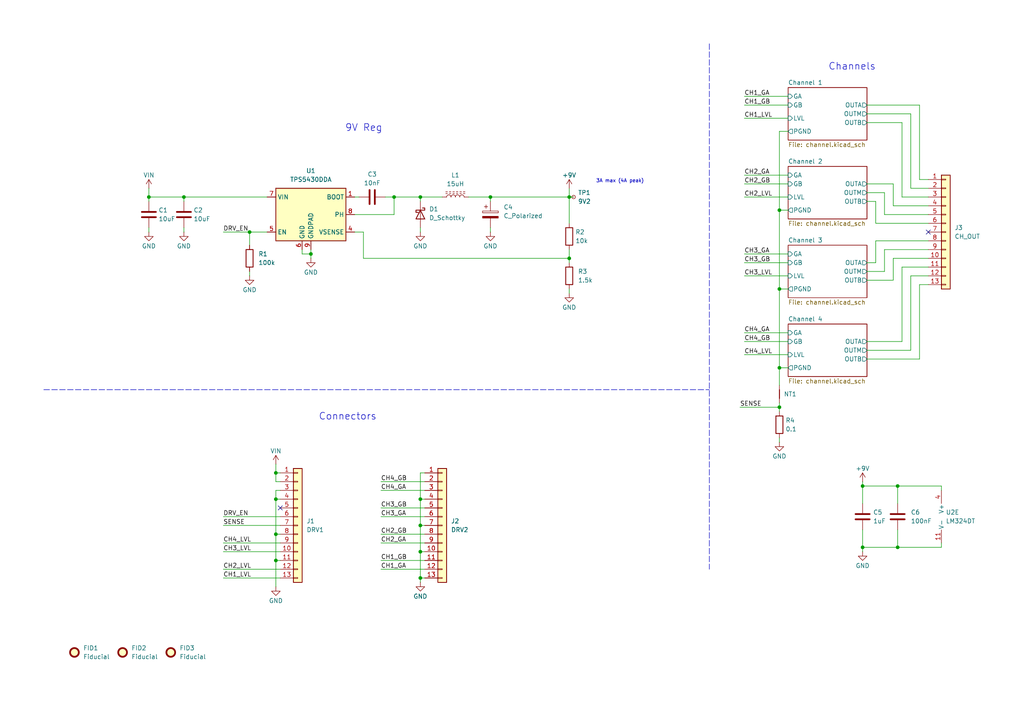
<source format=kicad_sch>
(kicad_sch (version 20231120) (generator "eeschema") (generator_version "8.0")
  (paper "A4")
  (title_block (title "SW32 - Output Board") (date "2024-05-26") (rev "1") (company "saawsm"))
  (lib_symbols
    (symbol "Amplifier_Operational:LM324" (pin_names (offset 0.127))
      (property "Reference" "U" (at 0 5.08 0))
      (property "Value" "LM324" (at 0 -5.08 0))
      (symbol "LM324_1_1"
        (polyline (pts (xy -5.08 5.08) (xy 5.08 0) (xy -5.08 -5.08) (xy -5.08 5.08)) (stroke (width 0.254)) (fill (type background)))
        (pin output line (at 7.62 0 180) (length 2.54) (name "~") (number "1"))
        (pin input line (at -7.62 -2.54 0) (length 2.54) (name "-") (number "2"))
        (pin input line (at -7.62 2.54 0) (length 2.54) (name "+") (number "3"))
      )
      (symbol "LM324_2_1"
        (polyline (pts (xy -5.08 5.08) (xy 5.08 0) (xy -5.08 -5.08) (xy -5.08 5.08)) (stroke (width 0.254)) (fill (type background)))
        (pin input line (at -7.62 2.54 0) (length 2.54) (name "+") (number "5"))
        (pin input line (at -7.62 -2.54 0) (length 2.54) (name "-") (number "6"))
        (pin output line (at 7.62 0 180) (length 2.54) (name "~") (number "7"))
      )
      (symbol "LM324_3_1"
        (polyline (pts (xy -5.08 5.08) (xy 5.08 0) (xy -5.08 -5.08) (xy -5.08 5.08)) (stroke (width 0.254)) (fill (type background)))
        (pin input line (at -7.62 2.54 0) (length 2.54) (name "+") (number "10"))
        (pin output line (at 7.62 0 180) (length 2.54) (name "~") (number "8"))
        (pin input line (at -7.62 -2.54 0) (length 2.54) (name "-") (number "9"))
      )
      (symbol "LM324_4_1"
        (polyline (pts (xy -5.08 5.08) (xy 5.08 0) (xy -5.08 -5.08) (xy -5.08 5.08)) (stroke (width 0.254)) (fill (type background)))
        (pin input line (at -7.62 2.54 0) (length 2.54) (name "+") (number "12"))
        (pin input line (at -7.62 -2.54 0) (length 2.54) (name "-") (number "13"))
        (pin output line (at 7.62 0 180) (length 2.54) (name "~") (number "14"))
      )
      (symbol "LM324_5_1"
        (pin power_in line (at -2.54 -7.62 90) (length 3.81) (name "V-") (number "11"))
        (pin power_in line (at -2.54 7.62 270) (length 3.81) (name "V+") (number "4"))
      )
    )
    (symbol "Connector:TestPoint_Small" (pin_numbers hide) (pin_names (offset 0.762) hide)
      (property "Reference" "TP" (at 0 3.81 0))
      (property "Value" "TestPoint_Small" (at 0 2.032 0))
      (symbol "TestPoint_Small_0_1"
        (circle (center 0 0) (radius 0.508))
      )
      (symbol "TestPoint_Small_1_1"
        (pin passive line (at 0 0 90) (length 0) (name "1") (number "1"))
      )
    )
    (symbol "Connector_Generic:Conn_01x13" (pin_names (offset 1.016) hide)
      (property "Reference" "J" (at 0 17.78 0))
      (property "Value" "Conn_01x13" (at 0 -17.78 0))
      (symbol "Conn_01x13_1_1"
        (rectangle (start -1.27 -15.113) (end 0 -15.367) (stroke (width 0.1524)))
        (rectangle (start -1.27 -12.573) (end 0 -12.827) (stroke (width 0.1524)))
        (rectangle (start -1.27 -10.033) (end 0 -10.287) (stroke (width 0.1524)))
        (rectangle (start -1.27 -7.493) (end 0 -7.747) (stroke (width 0.1524)))
        (rectangle (start -1.27 -4.953) (end 0 -5.207) (stroke (width 0.1524)))
        (rectangle (start -1.27 -2.413) (end 0 -2.667) (stroke (width 0.1524)))
        (rectangle (start -1.27 0.127) (end 0 -0.127) (stroke (width 0.1524)))
        (rectangle (start -1.27 2.667) (end 0 2.413) (stroke (width 0.1524)))
        (rectangle (start -1.27 5.207) (end 0 4.953) (stroke (width 0.1524)))
        (rectangle (start -1.27 7.747) (end 0 7.493) (stroke (width 0.1524)))
        (rectangle (start -1.27 10.287) (end 0 10.033) (stroke (width 0.1524)))
        (rectangle (start -1.27 12.827) (end 0 12.573) (stroke (width 0.1524)))
        (rectangle (start -1.27 15.367) (end 0 15.113) (stroke (width 0.1524)))
        (rectangle (start -1.27 16.51) (end 1.27 -16.51) (stroke (width 0.254)) (fill (type background)))
        (pin passive line (at -5.08 15.24 0) (length 3.81) (name "Pin_1") (number "1"))
        (pin passive line (at -5.08 -7.62 0) (length 3.81) (name "Pin_10") (number "10"))
        (pin passive line (at -5.08 -10.16 0) (length 3.81) (name "Pin_11") (number "11"))
        (pin passive line (at -5.08 -12.7 0) (length 3.81) (name "Pin_12") (number "12"))
        (pin passive line (at -5.08 -15.24 0) (length 3.81) (name "Pin_13") (number "13"))
        (pin passive line (at -5.08 12.7 0) (length 3.81) (name "Pin_2") (number "2"))
        (pin passive line (at -5.08 10.16 0) (length 3.81) (name "Pin_3") (number "3"))
        (pin passive line (at -5.08 7.62 0) (length 3.81) (name "Pin_4") (number "4"))
        (pin passive line (at -5.08 5.08 0) (length 3.81) (name "Pin_5") (number "5"))
        (pin passive line (at -5.08 2.54 0) (length 3.81) (name "Pin_6") (number "6"))
        (pin passive line (at -5.08 0 0) (length 3.81) (name "Pin_7") (number "7"))
        (pin passive line (at -5.08 -2.54 0) (length 3.81) (name "Pin_8") (number "8"))
        (pin passive line (at -5.08 -5.08 0) (length 3.81) (name "Pin_9") (number "9"))
      )
    )
    (symbol "Device:C" (pin_numbers hide) (pin_names (offset 0.254))
      (property "Reference" "C" (at 0.635 2.54 0))
      (property "Value" "C" (at 0.635 -2.54 0))
      (symbol "C_0_1"
        (polyline (pts (xy -2.032 -0.762) (xy 2.032 -0.762)) (stroke (width 0.508)))
        (polyline (pts (xy -2.032 0.762) (xy 2.032 0.762)) (stroke (width 0.508)))
      )
      (symbol "C_1_1"
        (pin passive line (at 0 3.81 270) (length 2.794) (name "~") (number "1"))
        (pin passive line (at 0 -3.81 90) (length 2.794) (name "~") (number "2"))
      )
    )
    (symbol "Device:C_Polarized" (pin_numbers hide) (pin_names (offset 0.254))
      (property "Reference" "C" (at 0.635 2.54 0))
      (property "Value" "C_Polarized" (at 0.635 -2.54 0))
      (symbol "C_Polarized_0_1"
        (rectangle (start -2.286 0.508) (end 2.286 1.016))
        (polyline (pts (xy -1.778 2.286) (xy -0.762 2.286)))
        (polyline (pts (xy -1.27 2.794) (xy -1.27 1.778)))
        (rectangle (start 2.286 -0.508) (end -2.286 -1.016) (fill (type outline)))
      )
      (symbol "C_Polarized_1_1"
        (pin passive line (at 0 3.81 270) (length 2.794) (name "~") (number "1"))
        (pin passive line (at 0 -3.81 90) (length 2.794) (name "~") (number "2"))
      )
    )
    (symbol "Device:D_Schottky" (pin_numbers hide) (pin_names (offset 1.016) hide)
      (property "Reference" "D" (at 0 2.54 0))
      (property "Value" "D_Schottky" (at 0 -2.54 0))
      (symbol "D_Schottky_0_1"
        (polyline (pts (xy 1.27 0) (xy -1.27 0)))
        (polyline (pts (xy 1.27 1.27) (xy 1.27 -1.27) (xy -1.27 0) (xy 1.27 1.27)) (stroke (width 0.254)))
        (polyline (pts (xy -1.905 0.635) (xy -1.905 1.27) (xy -1.27 1.27) (xy -1.27 -1.27) (xy -0.635 -1.27) (xy -0.635 -0.635)) (stroke (width 0.254)))
      )
      (symbol "D_Schottky_1_1"
        (pin passive line (at -3.81 0 0) (length 2.54) (name "K") (number "1"))
        (pin passive line (at 3.81 0 180) (length 2.54) (name "A") (number "2"))
      )
    )
    (symbol "Device:L_Ferrite" (pin_numbers hide) (pin_names (offset 1.016) hide)
      (property "Reference" "L" (at -1.27 0 90))
      (property "Value" "L_Ferrite" (at 2.794 0 90))
      (symbol "L_Ferrite_0_1"
        (arc (start 0 -2.54) (mid 0.6323 -1.905) (end 0 -1.27))
        (arc (start 0 -1.27) (mid 0.6323 -0.635) (end 0 0))
        (polyline (pts (xy 1.016 -2.794) (xy 1.016 -2.286)))
        (polyline (pts (xy 1.016 -1.778) (xy 1.016 -1.27)))
        (polyline (pts (xy 1.016 -0.762) (xy 1.016 -0.254)))
        (polyline (pts (xy 1.016 0.254) (xy 1.016 0.762)))
        (polyline (pts (xy 1.016 1.27) (xy 1.016 1.778)))
        (polyline (pts (xy 1.016 2.286) (xy 1.016 2.794)))
        (polyline (pts (xy 1.524 -2.286) (xy 1.524 -2.794)))
        (polyline (pts (xy 1.524 -1.27) (xy 1.524 -1.778)))
        (polyline (pts (xy 1.524 -0.254) (xy 1.524 -0.762)))
        (polyline (pts (xy 1.524 0.762) (xy 1.524 0.254)))
        (polyline (pts (xy 1.524 1.778) (xy 1.524 1.27)))
        (polyline (pts (xy 1.524 2.794) (xy 1.524 2.286)))
        (arc (start 0 0) (mid 0.6323 0.635) (end 0 1.27))
        (arc (start 0 1.27) (mid 0.6323 1.905) (end 0 2.54))
      )
      (symbol "L_Ferrite_1_1"
        (pin passive line (at 0 3.81 270) (length 1.27) (name "1") (number "1"))
        (pin passive line (at 0 -3.81 90) (length 1.27) (name "2") (number "2"))
      )
    )
    (symbol "Device:NetTie_2" (pin_numbers hide) (pin_names (offset 0) hide) (in_bom no)
      (property "Reference" "NT" (at 0 1.27 0))
      (property "Value" "NetTie_2" (at 0 -1.27 0))
      (symbol "NetTie_2_0_1"
        (polyline (pts (xy -1.27 0) (xy 1.27 0)) (stroke (width 0.254)))
      )
      (symbol "NetTie_2_1_1"
        (pin passive line (at -2.54 0 0) (length 2.54) (name "1") (number "1"))
        (pin passive line (at 2.54 0 180) (length 2.54) (name "2") (number "2"))
      )
    )
    (symbol "Device:R" (pin_numbers hide) (pin_names (offset 0))
      (property "Reference" "R" (at 2.032 0 90))
      (property "Value" "R" (at 0 0 90))
      (symbol "R_0_1"
        (rectangle (start -1.016 -2.54) (end 1.016 2.54) (stroke (width 0.254)))
      )
      (symbol "R_1_1"
        (pin passive line (at 0 3.81 270) (length 1.27) (name "~") (number "1"))
        (pin passive line (at 0 -3.81 90) (length 1.27) (name "~") (number "2"))
      )
    )
    (symbol "Mechanical:Fiducial" (exclude_from_sim yes) (in_bom no)
      (property "Reference" "FID" (at 0 5.08 0))
      (property "Value" "Fiducial" (at 0 3.175 0))
      (symbol "Fiducial_0_1"
        (circle (center 0 0) (radius 1.27) (stroke (width 0.508)) (fill (type background)))
      )
    )
    (symbol "Regulator_Switching:TPS5430DDA"
      (property "Reference" "U" (at -10.16 8.89 0))
      (property "Value" "TPS5430DDA" (at -1.27 8.89 0))
      (symbol "TPS5430DDA_0_1"
        (rectangle (start -10.16 7.62) (end 10.16 -7.62) (stroke (width 0.254)) (fill (type background)))
      )
      (symbol "TPS5430DDA_1_1"
        (pin input line (at 12.7 5.08 180) (length 2.54) (name "BOOT") (number "1"))
        (pin no_connect line (at -10.16 2.54 0) (length 2.54) hide (name "NC") (number "2"))
        (pin no_connect line (at -10.16 -2.54 0) (length 2.54) hide (name "NC") (number "3"))
        (pin input line (at 12.7 -5.08 180) (length 2.54) (name "VSENSE") (number "4"))
        (pin input line (at -12.7 -5.08 0) (length 2.54) (name "EN") (number "5"))
        (pin power_in line (at -2.54 -10.16 90) (length 2.54) (name "GND") (number "6"))
        (pin power_in line (at -12.7 5.08 0) (length 2.54) (name "VIN") (number "7"))
        (pin output line (at 12.7 0 180) (length 2.54) (name "PH") (number "8"))
        (pin power_in line (at 0 -10.16 90) (length 2.54) (name "GNDPAD") (number "9"))
      )
    )
    (symbol "power:+9V" (power) (pin_numbers hide) (pin_names (offset 0) hide)
      (property "Value" "+9V" (at 0 3.556 0))
      (symbol "+9V_0_1"
        (polyline (pts (xy -0.762 1.27) (xy 0 2.54)))
        (polyline (pts (xy 0 0) (xy 0 2.54)))
        (polyline (pts (xy 0 2.54) (xy 0.762 1.27)))
      )
      (symbol "+9V_1_1"
        (pin power_in line (at 0 0 90) (length 0) (name "~") (number "1"))
      )
    )
    (symbol "power:GND" (power) (pin_numbers hide) (pin_names (offset 0) hide)
      (property "Value" "GND" (at 0 -3.81 0))
      (symbol "GND_0_1"
        (polyline (pts (xy 0 0) (xy 0 -1.27) (xy 1.27 -1.27) (xy 0 -2.54) (xy -1.27 -1.27) (xy 0 -1.27)))
      )
      (symbol "GND_1_1"
        (pin power_in line (at 0 0 270) (length 0) (name "~") (number "1"))
      )
    )
    (symbol "power:PWR_FLAG" (power) (pin_numbers hide) (pin_names (offset 0) hide)
      (property "Value" "PWR_FLAG" (at 0 3.81 0))
      (symbol "PWR_FLAG_0_0"
        (pin power_out line (at 0 0 90) (length 0) (name "~") (number "1"))
      )
      (symbol "PWR_FLAG_0_1"
        (polyline (pts (xy 0 0) (xy 0 1.27) (xy -1.016 1.905) (xy 0 2.54) (xy 1.016 1.905) (xy 0 1.27)))
      )
    )
  )
  (junction (at 121.92 144.78))
  (junction (at 226.06 83.82))
  (junction (at 165.1 57.15))
  (junction (at 121.92 152.4))
  (junction (at 226.06 60.96))
  (junction (at 80.01 162.56))
  (junction (at 165.1 74.93))
  (junction (at 80.01 154.94))
  (junction (at 121.92 160.02))
  (junction (at 226.06 118.11))
  (junction (at 121.92 57.15))
  (junction (at 226.06 106.68))
  (junction (at 43.18 57.15))
  (junction (at 260.35 158.75))
  (junction (at 90.17 73.66))
  (junction (at 142.24 57.15))
  (junction (at 114.3 57.15))
  (junction (at 80.01 144.78))
  (junction (at 260.35 140.97))
  (junction (at 250.19 140.97))
  (junction (at 53.34 57.15))
  (junction (at 72.39 67.31))
  (junction (at 121.92 167.64))
  (junction (at 250.19 158.75))
  (junction (at 80.01 137.16))
  (no_connect (at 269.24 67.31))
  (no_connect (at 81.28 147.32))
  (wire (pts (xy 226.06 83.82) (xy 226.06 60.96)))
  (wire (pts (xy 110.49 149.86) (xy 123.19 149.86)))
  (wire (pts (xy 259.08 220.98) (xy 259.08 219.71)))
  (wire (pts (xy 228.6 106.68) (xy 226.06 106.68)))
  (wire (pts (xy 243.84 219.71) (xy 243.84 220.98)))
  (wire (pts (xy 264.16 33.02) (xy 264.16 54.61)))
  (wire (pts (xy 256.54 62.23) (xy 269.24 62.23)))
  (wire (pts (xy 121.92 152.4) (xy 121.92 160.02)))
  (wire (pts (xy 90.17 72.39) (xy 90.17 73.66)))
  (wire (pts (xy 250.19 158.75) (xy 250.19 160.02)))
  (wire (pts (xy 121.92 167.64) (xy 123.19 167.64)))
  (wire (pts (xy 53.34 67.31) (xy 53.34 66.04)))
  (wire (pts (xy 128.27 57.15) (xy 121.92 57.15)))
  (wire (pts (xy 215.9 30.48) (xy 228.6 30.48)))
  (wire (pts (xy 105.41 67.31) (xy 105.41 74.93)))
  (wire (pts (xy 121.92 57.15) (xy 121.92 58.42)))
  (wire (pts (xy 110.49 142.24) (xy 123.19 142.24)))
  (wire (pts (xy 114.3 57.15) (xy 111.76 57.15)))
  (wire (pts (xy 80.01 154.94) (xy 80.01 162.56)))
  (wire (pts (xy 142.24 58.42) (xy 142.24 57.15)))
  (wire (pts (xy 121.92 144.78) (xy 121.92 152.4)))
  (wire (pts (xy 121.92 160.02) (xy 121.92 167.64)))
  (wire (pts (xy 260.35 140.97) (xy 273.05 140.97)))
  (wire (pts (xy 110.49 147.32) (xy 123.19 147.32)))
  (wire (pts (xy 80.01 137.16) (xy 80.01 139.7)))
  (wire (pts (xy 266.7 30.48) (xy 251.46 30.48)))
  (wire (pts (xy 215.9 80.01) (xy 228.6 80.01)))
  (wire (pts (xy 80.01 139.7) (xy 81.28 139.7)))
  (wire (pts (xy 102.87 62.23) (xy 114.3 62.23)))
  (wire (pts (xy 165.1 57.15) (xy 166.37 57.15)))
  (wire (pts (xy 251.46 101.6) (xy 264.16 101.6)))
  (wire (pts (xy 250.19 158.75) (xy 260.35 158.75)))
  (wire (pts (xy 261.62 77.47) (xy 261.62 99.06)))
  (wire (pts (xy 259.08 53.34) (xy 251.46 53.34)))
  (wire (pts (xy 215.9 76.2) (xy 228.6 76.2)))
  (wire (pts (xy 259.08 59.69) (xy 259.08 53.34)))
  (wire (pts (xy 142.24 57.15) (xy 165.1 57.15)))
  (wire (pts (xy 250.19 146.05) (xy 250.19 140.97)))
  (wire (pts (xy 80.01 142.24) (xy 81.28 142.24)))
  (wire (pts (xy 114.3 62.23) (xy 114.3 57.15)))
  (polyline (pts (xy 12.7 113.03) (xy 205.74 113.03)) (stroke (width 0) (type dash)))
  (wire (pts (xy 104.14 57.15) (xy 102.87 57.15)))
  (wire (pts (xy 80.01 144.78) (xy 81.28 144.78)))
  (wire (pts (xy 64.77 152.4) (xy 81.28 152.4)))
  (wire (pts (xy 64.77 157.48) (xy 81.28 157.48)))
  (wire (pts (xy 261.62 77.47) (xy 269.24 77.47)))
  (wire (pts (xy 121.92 152.4) (xy 123.19 152.4)))
  (wire (pts (xy 226.06 83.82) (xy 228.6 83.82)))
  (wire (pts (xy 261.62 57.15) (xy 269.24 57.15)))
  (wire (pts (xy 222.25 219.71) (xy 222.25 220.98)))
  (wire (pts (xy 110.49 165.1) (xy 123.19 165.1)))
  (wire (pts (xy 256.54 55.88) (xy 256.54 62.23)))
  (wire (pts (xy 121.92 160.02) (xy 123.19 160.02)))
  (wire (pts (xy 53.34 57.15) (xy 53.34 58.42)))
  (wire (pts (xy 142.24 66.04) (xy 142.24 67.31)))
  (wire (pts (xy 142.24 57.15) (xy 135.89 57.15)))
  (wire (pts (xy 251.46 33.02) (xy 264.16 33.02)))
  (wire (pts (xy 251.46 58.42) (xy 254 58.42)))
  (wire (pts (xy 251.46 35.56) (xy 261.62 35.56)))
  (wire (pts (xy 121.92 167.64) (xy 121.92 168.91)))
  (wire (pts (xy 80.01 144.78) (xy 80.01 154.94)))
  (wire (pts (xy 259.08 81.28) (xy 251.46 81.28)))
  (wire (pts (xy 215.9 73.66) (xy 228.6 73.66)))
  (wire (pts (xy 80.01 162.56) (xy 80.01 170.18)))
  (wire (pts (xy 165.1 64.77) (xy 165.1 57.15)))
  (wire (pts (xy 264.16 80.01) (xy 269.24 80.01)))
  (wire (pts (xy 80.01 154.94) (xy 81.28 154.94)))
  (wire (pts (xy 250.19 140.97) (xy 260.35 140.97)))
  (wire (pts (xy 64.77 160.02) (xy 81.28 160.02)))
  (wire (pts (xy 243.84 220.98) (xy 234.95 220.98)))
  (wire (pts (xy 260.35 146.05) (xy 260.35 140.97)))
  (wire (pts (xy 64.77 165.1) (xy 81.28 165.1)))
  (wire (pts (xy 226.06 128.27) (xy 226.06 127)))
  (wire (pts (xy 269.24 52.07) (xy 266.7 52.07)))
  (wire (pts (xy 80.01 134.62) (xy 80.01 137.16)))
  (wire (pts (xy 121.92 137.16) (xy 121.92 144.78)))
  (wire (pts (xy 165.1 54.61) (xy 165.1 57.15)))
  (wire (pts (xy 121.92 67.31) (xy 121.92 66.04)))
  (wire (pts (xy 123.19 137.16) (xy 121.92 137.16)))
  (wire (pts (xy 80.01 144.78) (xy 80.01 142.24)))
  (wire (pts (xy 87.63 73.66) (xy 90.17 73.66)))
  (wire (pts (xy 215.9 27.94) (xy 228.6 27.94)))
  (wire (pts (xy 215.9 102.87) (xy 228.6 102.87)))
  (wire (pts (xy 43.18 54.61) (xy 43.18 57.15)))
  (wire (pts (xy 269.24 74.93) (xy 259.08 74.93)))
  (wire (pts (xy 226.06 38.1) (xy 228.6 38.1)))
  (wire (pts (xy 64.77 149.86) (xy 81.28 149.86)))
  (wire (pts (xy 110.49 139.7) (xy 123.19 139.7)))
  (wire (pts (xy 266.7 82.55) (xy 266.7 104.14)))
  (wire (pts (xy 251.46 78.74) (xy 256.54 78.74)))
  (wire (pts (xy 226.06 116.84) (xy 226.06 118.11)))
  (wire (pts (xy 269.24 64.77) (xy 254 64.77)))
  (wire (pts (xy 110.49 154.94) (xy 123.19 154.94)))
  (wire (pts (xy 266.7 104.14) (xy 251.46 104.14)))
  (wire (pts (xy 215.9 57.15) (xy 228.6 57.15)))
  (wire (pts (xy 269.24 59.69) (xy 259.08 59.69)))
  (wire (pts (xy 53.34 57.15) (xy 77.47 57.15)))
  (wire (pts (xy 251.46 76.2) (xy 254 76.2)))
  (wire (pts (xy 64.77 167.64) (xy 81.28 167.64)))
  (wire (pts (xy 165.1 72.39) (xy 165.1 74.93)))
  (wire (pts (xy 259.08 74.93) (xy 259.08 81.28)))
  (wire (pts (xy 214.63 118.11) (xy 226.06 118.11)))
  (wire (pts (xy 264.16 54.61) (xy 269.24 54.61)))
  (wire (pts (xy 43.18 58.42) (xy 43.18 57.15)))
  (wire (pts (xy 273.05 157.48) (xy 273.05 158.75)))
  (wire (pts (xy 43.18 67.31) (xy 43.18 66.04)))
  (wire (pts (xy 121.92 144.78) (xy 123.19 144.78)))
  (wire (pts (xy 215.9 34.29) (xy 228.6 34.29)))
  (polyline (pts (xy 205.74 12.7) (xy 205.74 165.1)) (stroke (width 0) (type dash)))
  (wire (pts (xy 72.39 71.12) (xy 72.39 67.31)))
  (wire (pts (xy 260.35 158.75) (xy 273.05 158.75)))
  (wire (pts (xy 226.06 83.82) (xy 226.06 106.68)))
  (wire (pts (xy 267.97 219.71) (xy 267.97 220.98)))
  (wire (pts (xy 250.19 139.7) (xy 250.19 140.97)))
  (wire (pts (xy 215.9 50.8) (xy 228.6 50.8)))
  (wire (pts (xy 254 69.85) (xy 254 76.2)))
  (wire (pts (xy 260.35 153.67) (xy 260.35 158.75)))
  (wire (pts (xy 256.54 78.74) (xy 256.54 72.39)))
  (wire (pts (xy 165.1 85.09) (xy 165.1 83.82)))
  (wire (pts (xy 267.97 220.98) (xy 259.08 220.98)))
  (wire (pts (xy 121.92 57.15) (xy 114.3 57.15)))
  (wire (pts (xy 226.06 60.96) (xy 228.6 60.96)))
  (wire (pts (xy 266.7 30.48) (xy 266.7 52.07)))
  (wire (pts (xy 273.05 140.97) (xy 273.05 142.24)))
  (wire (pts (xy 165.1 74.93) (xy 165.1 76.2)))
  (wire (pts (xy 264.16 80.01) (xy 264.16 101.6)))
  (wire (pts (xy 269.24 69.85) (xy 254 69.85)))
  (wire (pts (xy 64.77 67.31) (xy 72.39 67.31)))
  (wire (pts (xy 269.24 82.55) (xy 266.7 82.55)))
  (wire (pts (xy 234.95 220.98) (xy 234.95 219.71)))
  (wire (pts (xy 215.9 96.52) (xy 228.6 96.52)))
  (wire (pts (xy 72.39 67.31) (xy 77.47 67.31)))
  (wire (pts (xy 80.01 137.16) (xy 81.28 137.16)))
  (wire (pts (xy 256.54 72.39) (xy 269.24 72.39)))
  (wire (pts (xy 261.62 35.56) (xy 261.62 57.15)))
  (wire (pts (xy 110.49 157.48) (xy 123.19 157.48)))
  (wire (pts (xy 215.9 99.06) (xy 228.6 99.06)))
  (wire (pts (xy 110.49 162.56) (xy 123.19 162.56)))
  (wire (pts (xy 90.17 73.66) (xy 90.17 74.93)))
  (wire (pts (xy 215.9 53.34) (xy 228.6 53.34)))
  (wire (pts (xy 87.63 72.39) (xy 87.63 73.66)))
  (wire (pts (xy 251.46 55.88) (xy 256.54 55.88)))
  (wire (pts (xy 250.19 153.67) (xy 250.19 158.75)))
  (wire (pts (xy 43.18 57.15) (xy 53.34 57.15)))
  (wire (pts (xy 254 64.77) (xy 254 58.42)))
  (wire (pts (xy 105.41 74.93) (xy 165.1 74.93)))
  (wire (pts (xy 226.06 60.96) (xy 226.06 38.1)))
  (wire (pts (xy 81.28 162.56) (xy 80.01 162.56)))
  (wire (pts (xy 226.06 111.76) (xy 226.06 106.68)))
  (wire (pts (xy 102.87 67.31) (xy 105.41 67.31)))
  (wire (pts (xy 72.39 80.01) (xy 72.39 78.74)))
  (wire (pts (xy 251.46 99.06) (xy 261.62 99.06)))
  (wire (pts (xy 226.06 119.38) (xy 226.06 118.11)))
  (text "Channels" (at 247.142 20.574 0) (effects (font (size 2 2)) (justify bottom)))
  (text "3A max (4A peak)" (at 179.832 52.578 0) (effects (font (size 1 1))))
  (text "9V Reg" (at 100.076 38.354 0) (effects (font (size 2 2)) (justify left bottom)))
  (text "Connectors" (at 100.838 120.904 0) (effects (font (size 2 2))))
  (label "CH1_GA" (at 215.9 27.94 0))
  (label "CH4_LVL" (at 64.77 157.48 0))
  (label "CH3_LVL" (at 215.9 80.01 0))
  (label "CH4_GB" (at 110.49 139.7 0))
  (label "CH4_GA" (at 110.49 142.24 0))
  (label "DRV_EN" (at 64.77 67.31 0))
  (label "CH4_LVL" (at 215.9 102.87 0))
  (label "CH2_GB" (at 215.9 53.34 0))
  (label "CH2_LVL" (at 215.9 57.15 0))
  (label "CH4_GA" (at 215.9 96.52 0))
  (label "DRV_EN" (at 64.77 149.86 0))
  (label "CH3_GA" (at 215.9 73.66 0))
  (label "SENSE" (at 64.77 152.4 0))
  (label "CH1_LVL" (at 64.77 167.64 0))
  (label "CH1_LVL" (at 215.9 34.29 0))
  (label "CH3_LVL" (at 64.77 160.02 0))
  (label "CH1_GB" (at 215.9 30.48 0))
  (label "CH2_LVL" (at 64.77 165.1 0))
  (label "CH3_GB" (at 215.9 76.2 0))
  (label "CH2_GB" (at 110.49 154.94 0))
  (label "CH1_GB" (at 110.49 162.56 0))
  (label "CH2_GA" (at 215.9 50.8 0))
  (label "CH1_GA" (at 110.49 165.1 0))
  (label "CH3_GB" (at 110.49 147.32 0))
  (label "CH2_GA" (at 110.49 157.48 0))
  (label "CH4_GB" (at 215.9 99.06 0))
  (label "SENSE" (at 214.63 118.11 0))
  (label "CH3_GA" (at 110.49 149.86 0))
  (symbol (lib_id "power:+9V") (at 234.95 219.71 0) (unit 1)
    (property "Reference" "#PWR015" (effects (hide yes)))
    (property "Value" "VIN" (at 234.95 215.9 0))
    (property "Description" "Power symbol creates a global label with name \"+9V\"" (effects (hide yes)))
  )
  (symbol (lib_id "Device:R") (at 72.39 74.93 0) (unit 1)
    (property "Reference" "R1" (at 74.93 73.6599 0) (effects (justify left)))
    (property "Value" "100k" (at 74.93 76.1999 0) (effects (justify left)))
    (property "Footprint" "Resistor_SMD:R_0603_1608Metric" (effects (hide yes)))
    (property "Datasheet" "https://www.lcsc.com/datasheet/lcsc_datasheet_2206010045_UNI-ROYAL-Uniroyal-Elec-0603WAF1003T5E_C25803.pdf" (effects (hide yes)))
    (property "Description" "Resistor" (effects (hide yes)))
    (property "Service" "PCBA" (effects (hide yes)))
    (property "LCSC" "C25803" (effects (hide yes)))
  )
  (symbol (lib_id "Amplifier_Operational:LM324") (at 275.59 149.86 0) (unit 5)
    (property "Reference" "U2" (at 274.32 148.5899 0) (effects (justify left)))
    (property "Value" "LM324DT" (at 274.32 151.1299 0) (effects (justify left)))
    (property "Footprint" "Package_SO:SOIC-14_3.9x8.7mm_P1.27mm" (effects (hide yes)))
    (property "Datasheet" "https://www.lcsc.com/datasheet/lcsc_datasheet_1809051220_STMicroelectronics-LM324DT_C71035.pdf" (effects (hide yes)))
    (property "Description" "Low-Power, Quad-Operational Amplifiers, DIP-14/SOIC-14/SSOP-14" (effects (hide yes)))
    (property "LCSC" "C71035" (effects (hide yes)))
    (property "Service" "PCBA" (effects (hide yes)))
  )
  (symbol (lib_id "Device:R") (at 165.1 80.01 0) (unit 1)
    (property "Reference" "R3" (at 167.64 78.7399 0) (effects (justify left)))
    (property "Value" "1.5k" (at 167.64 81.2799 0) (effects (justify left)))
    (property "Footprint" "Resistor_SMD:R_0603_1608Metric" (effects (hide yes)))
    (property "Description" "Resistor" (effects (hide yes)))
    (property "Service" "PCBA" (effects (hide yes)))
  )
  (symbol (lib_id "Device:C") (at 53.34 62.23 180) (unit 1)
    (property "Reference" "C2" (at 56.134 60.96 0) (effects (justify right)))
    (property "Value" "10uF" (at 56.134 63.5 0) (effects (justify right)))
    (property "Footprint" "Capacitor_SMD:C_0805_2012Metric" (effects (hide yes)))
    (property "Datasheet" "https://www.lcsc.com/datasheet/lcsc_datasheet_2310251059_Murata-Electronics-GRM21BR61H106KE43L_C440198.pdf" (effects (hide yes)))
    (property "Description" "Unpolarized capacitor" (effects (hide yes)))
    (property "Service" "PCBA" (effects (hide yes)))
    (property "LCSC" "C440198" (effects (hide yes)))
  )
  (symbol (lib_id "Mechanical:Fiducial") (at 35.56 189.23 0) (unit 1) (exclude_from_sim yes) (in_bom no)
    (property "Reference" "FID2" (at 38.1 187.9599 0) (effects (justify left)))
    (property "Value" "Fiducial" (at 38.1 190.4999 0) (effects (justify left)))
    (property "Footprint" "Fiducial:Fiducial_1mm_Mask2mm" (effects (hide yes)))
    (property "Description" "Fiducial Marker" (effects (hide yes)))
    (property "Service" "PCBA;HandAssembly" (effects (hide yes)))
  )
  (symbol (lib_id "Device:NetTie_2") (at 226.06 114.3 90) (unit 1) (in_bom no)
    (property "Reference" "NT1" (at 227.33 114.2999 90) (effects (justify right)))
    (property "Footprint" "NetTie:NetTie-2_SMD_Pad2.0mm" (effects (hide yes)))
    (property "Description" "Net tie, 2 pins" (effects (hide yes)))
    (property "Service" "PCBA;HandAssembly" (effects (hide yes)))
  )
  (symbol (lib_id "power:GND") (at 222.25 220.98 0) (unit 1)
    (property "Reference" "#PWR013" (effects (hide yes)))
    (property "Value" "GND" (at 222.25 225.044 0))
    (property "Description" "Power symbol creates a global label with name \"GND\" , ground" (effects (hide yes)))
  )
  (symbol (lib_id "Device:C") (at 260.35 149.86 0) (unit 1)
    (property "Reference" "C6" (at 264.16 148.5899 0) (effects (justify left)))
    (property "Value" "100nF" (at 264.16 151.1299 0) (effects (justify left)))
    (property "Footprint" "Capacitor_SMD:C_0603_1608Metric" (effects (hide yes)))
    (property "Datasheet" "https://www.lcsc.com/datasheet/lcsc_datasheet_2211101700_YAGEO-CC0603KRX7R9BB104_C14663.pdf" (effects (hide yes)))
    (property "Description" "Unpolarized capacitor" (effects (hide yes)))
    (property "LCSC" "C14663" (effects (hide yes)))
    (property "Service" "PCBA" (effects (hide yes)))
  )
  (symbol (lib_id "power:PWR_FLAG") (at 222.25 219.71 0) (unit 1)
    (property "Reference" "#FLG01" (effects (hide yes)))
    (property "Value" "PWR_FLAG" (at 222.25 215.9 0))
    (property "Description" "Special symbol for telling ERC where power comes from" (effects (hide yes)))
  )
  (symbol (lib_id "Connector_Generic:Conn_01x13") (at 128.27 152.4 0) (unit 1)
    (property "Reference" "J2" (at 130.81 151.1299 0) (effects (justify left)))
    (property "Value" "DRV2" (at 130.81 153.6699 0) (effects (justify left)))
    (property "Footprint" "Connector_PinSocket_2.54mm:PinSocket_1x13_P2.54mm_Vertical" (effects (hide yes)))
    (property "Description" "Generic connector, single row, 01x13, script generated (kicad-library-utils/schlib/autogen/connector/)" (effects (hide yes)))
    (property "Service" "HandAssembly" (effects (hide yes)))
  )
  (symbol (lib_id "Mechanical:Fiducial") (at 21.59 189.23 0) (unit 1) (exclude_from_sim yes) (in_bom no)
    (property "Reference" "FID1" (at 24.13 187.9599 0) (effects (justify left)))
    (property "Value" "Fiducial" (at 24.13 190.4999 0) (effects (justify left)))
    (property "Footprint" "Fiducial:Fiducial_1mm_Mask2mm" (effects (hide yes)))
    (property "Description" "Fiducial Marker" (effects (hide yes)))
    (property "Service" "PCBA;HandAssembly" (effects (hide yes)))
  )
  (symbol (lib_id "power:GND") (at 121.92 67.31 0) (unit 1)
    (property "Reference" "#PWR08" (effects (hide yes)))
    (property "Value" "GND" (at 121.92 71.374 0))
    (property "Description" "Power symbol creates a global label with name \"GND\" , ground" (effects (hide yes)))
  )
  (symbol (lib_id "power:GND") (at 53.34 67.31 0) (unit 1)
    (property "Reference" "#PWR03" (effects (hide yes)))
    (property "Value" "GND" (at 53.34 71.374 0))
    (property "Description" "Power symbol creates a global label with name \"GND\" , ground" (effects (hide yes)))
  )
  (symbol (lib_id "power:+9V") (at 80.01 134.62 0) (unit 1)
    (property "Reference" "#PWR05" (effects (hide yes)))
    (property "Value" "VIN" (at 80.01 130.81 0))
    (property "Description" "Power symbol creates a global label with name \"+9V\"" (effects (hide yes)))
  )
  (symbol (lib_id "power:GND") (at 250.19 160.02 0) (unit 1)
    (property "Reference" "#PWR017" (effects (hide yes)))
    (property "Value" "GND" (at 250.19 164.084 0))
    (property "Description" "Power symbol creates a global label with name \"GND\" , ground" (effects (hide yes)))
  )
  (symbol (lib_id "power:PWR_FLAG") (at 243.84 219.71 0) (unit 1)
    (property "Reference" "#FLG02" (effects (hide yes)))
    (property "Value" "PWR_FLAG" (at 243.84 215.9 0))
    (property "Description" "Special symbol for telling ERC where power comes from" (effects (hide yes)))
  )
  (symbol (lib_id "power:GND") (at 72.39 80.01 0) (unit 1)
    (property "Reference" "#PWR04" (effects (hide yes)))
    (property "Value" "GND" (at 72.39 84.074 0))
    (property "Description" "Power symbol creates a global label with name \"GND\" , ground" (effects (hide yes)))
  )
  (symbol (lib_id "power:GND") (at 90.17 74.93 0) (unit 1)
    (property "Reference" "#PWR07" (effects (hide yes)))
    (property "Value" "GND" (at 90.17 78.994 0))
    (property "Description" "Power symbol creates a global label with name \"GND\" , ground" (effects (hide yes)))
  )
  (symbol (lib_id "power:+9V") (at 259.08 219.71 0) (unit 1)
    (property "Reference" "#PWR018" (effects (hide yes)))
    (property "Value" "+9V" (at 259.08 215.9 0))
    (property "Description" "Power symbol creates a global label with name \"+9V\"" (effects (hide yes)))
  )
  (symbol (lib_id "Device:L_Ferrite") (at 132.08 57.15 90) (unit 1)
    (property "Reference" "L1" (at 132.08 50.8 90))
    (property "Value" "15uH" (at 132.08 53.34 90))
    (property "Description" "Inductor with ferrite core" (effects (hide yes)))
    (property "Service" "PCBA" (effects (hide yes)))
    (property "LCSC" "C177243" (effects (hide yes)))
  )
  (symbol (lib_id "power:+9V") (at 250.19 139.7 0) (unit 1)
    (property "Reference" "#PWR016" (effects (hide yes)))
    (property "Value" "+9V" (at 250.19 135.89 0))
    (property "Description" "Power symbol creates a global label with name \"+9V\"" (effects (hide yes)))
  )
  (symbol (lib_id "Device:D_Schottky") (at 121.92 62.23 270) (unit 1)
    (property "Reference" "D1" (at 124.46 60.6424 90) (effects (justify left)))
    (property "Value" "D_Schottky" (at 124.46 63.1824 90) (effects (justify left)))
    (property "Description" "Schottky diode" (effects (hide yes)))
    (property "Service" "PCBA" (effects (hide yes)))
  )
  (symbol (lib_id "Device:C") (at 250.19 149.86 0) (unit 1)
    (property "Reference" "C5" (at 253.238 148.59 0) (effects (justify left)))
    (property "Value" "1uF" (at 253.238 151.13 0) (effects (justify left)))
    (property "Footprint" "Capacitor_SMD:C_0603_1608Metric" (effects (hide yes)))
    (property "Datasheet" "https://www.lcsc.com/datasheet/lcsc_datasheet_2304140030_Samsung-Electro-Mechanics-CL10A105KB8NNNC_C15849.pdf" (effects (hide yes)))
    (property "Description" "Unpolarized capacitor" (effects (hide yes)))
    (property "LCSC" "C15849" (effects (hide yes)))
    (property "Service" "PCBA" (effects (hide yes)))
  )
  (symbol (lib_id "power:GND") (at 226.06 128.27 0) (unit 1)
    (property "Reference" "#PWR014" (effects (hide yes)))
    (property "Value" "GND" (at 226.06 132.334 0))
    (property "Description" "Power symbol creates a global label with name \"GND\" , ground" (effects (hide yes)))
  )
  (symbol (lib_id "power:GND") (at 80.01 170.18 0) (unit 1)
    (property "Reference" "#PWR06" (effects (hide yes)))
    (property "Value" "GND" (at 80.01 174.244 0))
    (property "Description" "Power symbol creates a global label with name \"GND\" , ground" (effects (hide yes)))
  )
  (symbol (lib_id "Device:R") (at 165.1 68.58 180) (unit 1)
    (property "Reference" "R2" (at 166.878 67.31 0) (effects (justify right)))
    (property "Value" "10k" (at 166.878 69.85 0) (effects (justify right)))
    (property "Footprint" "Resistor_SMD:R_0603_1608Metric" (effects (hide yes)))
    (property "Datasheet" "https://www.lcsc.com/datasheet/lcsc_datasheet_2206010045_UNI-ROYAL-Uniroyal-Elec-0603WAF1002T5E_C25804.pdf" (effects (hide yes)))
    (property "Description" "Resistor" (effects (hide yes)))
    (property "LCSC" "C25804" (effects (hide yes)))
    (property "Service" "PCBA" (effects (hide yes)))
  )
  (symbol (lib_id "Device:C") (at 43.18 62.23 180) (unit 1)
    (property "Reference" "C1" (at 45.974 60.96 0) (effects (justify right)))
    (property "Value" "10uF" (at 45.974 63.5 0) (effects (justify right)))
    (property "Footprint" "Capacitor_SMD:C_0805_2012Metric" (effects (hide yes)))
    (property "Datasheet" "https://www.lcsc.com/datasheet/lcsc_datasheet_2310251059_Murata-Electronics-GRM21BR61H106KE43L_C440198.pdf" (effects (hide yes)))
    (property "Description" "Unpolarized capacitor" (effects (hide yes)))
    (property "Service" "PCBA" (effects (hide yes)))
    (property "LCSC" "C440198" (effects (hide yes)))
  )
  (symbol (lib_id "power:+9V") (at 43.18 54.61 0) (unit 1)
    (property "Reference" "#PWR01" (effects (hide yes)))
    (property "Value" "VIN" (at 43.18 50.8 0))
    (property "Description" "Power symbol creates a global label with name \"+9V\"" (effects (hide yes)))
  )
  (symbol (lib_id "Device:C") (at 107.95 57.15 90) (unit 1)
    (property "Reference" "C3" (at 107.95 50.546 90))
    (property "Value" "10nF" (at 107.95 53.086 90))
    (property "Footprint" "Capacitor_SMD:C_0603_1608Metric" (effects (hide yes)))
    (property "Datasheet" "https://www.lcsc.com/datasheet/lcsc_datasheet_2304140030_FH--Guangdong-Fenghua-Advanced-Tech-0603B103K500NT_C57112.pdf" (effects (hide yes)))
    (property "Description" "Unpolarized capacitor" (effects (hide yes)))
    (property "Service" "PCBA" (effects (hide yes)))
    (property "LCSC" "C57112" (effects (hide yes)))
  )
  (symbol (lib_id "Mechanical:Fiducial") (at 49.53 189.23 0) (unit 1) (exclude_from_sim yes) (in_bom no)
    (property "Reference" "FID3" (at 52.07 187.9599 0) (effects (justify left)))
    (property "Value" "Fiducial" (at 52.07 190.4999 0) (effects (justify left)))
    (property "Footprint" "Fiducial:Fiducial_1mm_Mask2mm" (effects (hide yes)))
    (property "Description" "Fiducial Marker" (effects (hide yes)))
    (property "Service" "PCBA;HandAssembly" (effects (hide yes)))
  )
  (symbol (lib_id "Connector_Generic:Conn_01x13") (at 86.36 152.4 0) (unit 1)
    (property "Reference" "J1" (at 88.9 151.1299 0) (effects (justify left)))
    (property "Value" "DRV1" (at 88.9 153.6699 0) (effects (justify left)))
    (property "Footprint" "Connector_PinSocket_2.54mm:PinSocket_1x13_P2.54mm_Vertical" (effects (hide yes)))
    (property "Description" "Generic connector, single row, 01x13, script generated (kicad-library-utils/schlib/autogen/connector/)" (effects (hide yes)))
    (property "Service" "HandAssembly" (effects (hide yes)))
  )
  (symbol (lib_id "power:GND") (at 121.92 168.91 0) (unit 1)
    (property "Reference" "#PWR09" (effects (hide yes)))
    (property "Value" "GND" (at 121.92 172.974 0))
    (property "Description" "Power symbol creates a global label with name \"GND\" , ground" (effects (hide yes)))
  )
  (symbol (lib_id "power:GND") (at 43.18 67.31 0) (unit 1)
    (property "Reference" "#PWR02" (effects (hide yes)))
    (property "Value" "GND" (at 43.18 71.374 0))
    (property "Description" "Power symbol creates a global label with name \"GND\" , ground" (effects (hide yes)))
  )
  (symbol (lib_id "Connector:TestPoint_Small") (at 166.37 57.15 0) (unit 1) (in_bom no)
    (property "Reference" "TP1" (at 167.64 55.8799 0) (effects (justify left)))
    (property "Value" "9V2" (at 167.64 58.4199 0) (effects (justify left)))
    (property "Footprint" "TestPoint:TestPoint_Pad_D1.0mm" (effects (hide yes)))
    (property "Description" "test point" (effects (hide yes)))
    (property "Service" "PCBA;HandAssembly" (effects (hide yes)))
  )
  (symbol (lib_id "power:PWR_FLAG") (at 267.97 219.71 0) (unit 1)
    (property "Reference" "#FLG03" (effects (hide yes)))
    (property "Value" "PWR_FLAG" (at 267.97 215.9 0))
    (property "Description" "Special symbol for telling ERC where power comes from" (effects (hide yes)))
  )
  (symbol (lib_id "Device:C_Polarized") (at 142.24 62.23 0) (unit 1)
    (property "Reference" "C4" (at 146.05 60.0709 0) (effects (justify left)))
    (property "Value" "C_Polarized" (at 146.05 62.6109 0) (effects (justify left)))
    (property "Description" "Polarized capacitor" (effects (hide yes)))
    (property "Service" "PCBA" (effects (hide yes)))
  )
  (symbol (lib_id "power:GND") (at 165.1 85.09 0) (unit 1)
    (property "Reference" "#PWR012" (effects (hide yes)))
    (property "Value" "GND" (at 165.1 89.154 0))
    (property "Description" "Power symbol creates a global label with name \"GND\" , ground" (effects (hide yes)))
  )
  (symbol (lib_id "Device:R") (at 226.06 123.19 180) (unit 1)
    (property "Reference" "R4" (at 227.838 121.92 0) (effects (justify right)))
    (property "Value" "0.1" (at 227.838 124.46 0) (effects (justify right)))
    (property "Footprint" "Resistor_SMD:R_1206_3216Metric" (effects (hide yes)))
    (property "Description" "Resistor" (effects (hide yes)))
    (property "Service" "PCBA" (effects (hide yes)))
  )
  (symbol (lib_id "power:+9V") (at 165.1 54.61 0) (unit 1)
    (property "Reference" "#PWR011" (effects (hide yes)))
    (property "Value" "+9V" (at 165.1 50.8 0))
    (property "Description" "Power symbol creates a global label with name \"+9V\"" (effects (hide yes)))
  )
  (symbol (lib_id "power:GND") (at 142.24 67.31 0) (unit 1)
    (property "Reference" "#PWR010" (effects (hide yes)))
    (property "Value" "GND" (at 142.24 71.374 0))
    (property "Description" "Power symbol creates a global label with name \"GND\" , ground" (effects (hide yes)))
  )
  (symbol (lib_id "Connector_Generic:Conn_01x13") (at 274.32 67.31 0) (unit 1)
    (property "Reference" "J3" (at 276.86 66.0399 0) (effects (justify left)))
    (property "Value" "CH_OUT" (at 276.86 68.5799 0) (effects (justify left)))
    (property "Footprint" "Connector_PinSocket_2.54mm:PinSocket_1x13_P2.54mm_Vertical" (effects (hide yes)))
    (property "Description" "Generic connector, single row, 01x13, script generated (kicad-library-utils/schlib/autogen/connector/)" (effects (hide yes)))
    (property "Service" "HandAssembly" (effects (hide yes)))
  )
  (symbol (lib_id "Regulator_Switching:TPS5430DDA") (at 90.17 62.23 0) (unit 1)
    (property "Reference" "U1" (at 90.17 49.53 0))
    (property "Value" "TPS5430DDA" (at 90.17 52.07 0))
    (property "Footprint" "Package_SO:TI_SO-PowerPAD-8_ThermalVias" (effects (hide yes)))
    (property "Datasheet" "http://www.ti.com/lit/ds/symlink/tps5430.pdf" (effects (hide yes)))
    (property "Description" "3A, Step Down Swift Converter, Adjustable Output Voltage, 5.5-36V Input Voltage, PowerSO-8" (effects (hide yes)))
    (property "Service" "PCBA" (effects (hide yes)))
    (property "LCSC" "C9864" (effects (hide yes)))
  )
  (sheet (at 228.6 93.98) (size 22.86 15.24) (stroke (width 0.1524))
    (property "Sheetname" "Channel 4" (at 228.6 93.2684 0) (effects (justify left bottom)))
    (property "Sheetfile" "channel.kicad_sch" (at 228.6 109.8046 0) (effects (justify left top)))
    (pin "GB" input (at 228.6 99.06 180))
    (pin "GA" input (at 228.6 96.52 180))
    (pin "LVL" input (at 228.6 102.87 180))
    (pin "OUTA" output (at 251.46 99.06 0))
    (pin "OUTB" output (at 251.46 104.14 0))
    (pin "OUTM" output (at 251.46 101.6 0))
    (pin "PGND" output (at 228.6 106.68 180))
  )
  (sheet (at 228.6 48.26) (size 22.86 15.24) (stroke (width 0.1524))
    (property "Sheetname" "Channel 2" (at 228.6 47.5484 0) (effects (justify left bottom)))
    (property "Sheetfile" "channel.kicad_sch" (at 228.6 64.0846 0) (effects (justify left top)))
    (pin "GB" input (at 228.6 53.34 180))
    (pin "GA" input (at 228.6 50.8 180))
    (pin "LVL" input (at 228.6 57.15 180))
    (pin "OUTA" output (at 251.46 53.34 0))
    (pin "OUTB" output (at 251.46 58.42 0))
    (pin "OUTM" output (at 251.46 55.88 0))
    (pin "PGND" output (at 228.6 60.96 180))
  )
  (sheet (at 228.6 71.12) (size 22.86 15.24) (stroke (width 0.1524))
    (property "Sheetname" "Channel 3" (at 228.6 70.4084 0) (effects (justify left bottom)))
    (property "Sheetfile" "channel.kicad_sch" (at 228.6 86.9446 0) (effects (justify left top)))
    (pin "GB" input (at 228.6 76.2 180))
    (pin "GA" input (at 228.6 73.66 180))
    (pin "LVL" input (at 228.6 80.01 180))
    (pin "OUTA" output (at 251.46 76.2 0))
    (pin "OUTB" output (at 251.46 81.28 0))
    (pin "OUTM" output (at 251.46 78.74 0))
    (pin "PGND" output (at 228.6 83.82 180))
  )
  (sheet (at 228.6 25.4) (size 22.86 15.24) (stroke (width 0.1524))
    (property "Sheetname" "Channel 1" (at 228.6 24.6884 0) (effects (justify left bottom)))
    (property "Sheetfile" "channel.kicad_sch" (at 228.6 41.2246 0) (effects (justify left top)))
    (pin "GB" input (at 228.6 30.48 180))
    (pin "GA" input (at 228.6 27.94 180))
    (pin "LVL" input (at 228.6 34.29 180))
    (pin "OUTA" output (at 251.46 30.48 0))
    (pin "OUTB" output (at 251.46 35.56 0))
    (pin "OUTM" output (at 251.46 33.02 0))
    (pin "PGND" output (at 228.6 38.1 180))
  )
)
</source>
